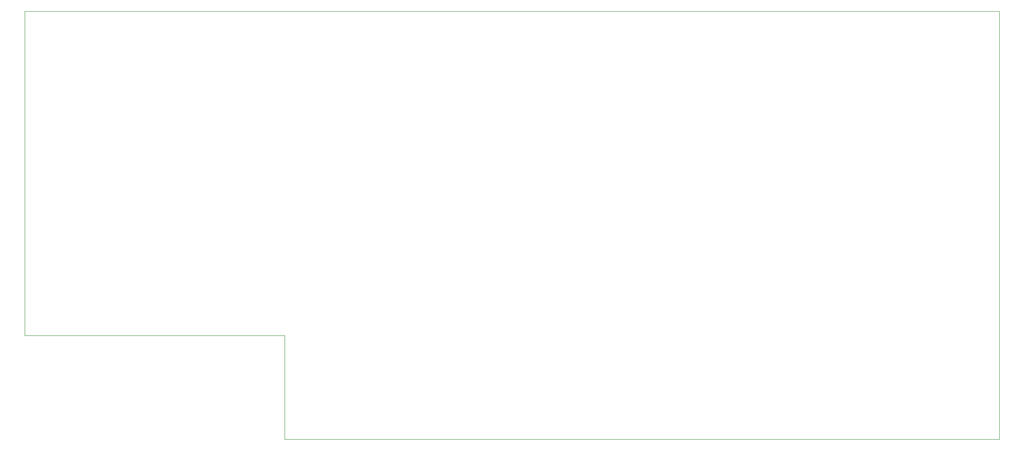
<source format=gbr>
%TF.GenerationSoftware,KiCad,Pcbnew,7.0.10*%
%TF.CreationDate,2024-03-06T13:01:35-05:00*%
%TF.ProjectId,PCB_Main_Final,5043425f-4d61-4696-9e5f-46696e616c2e,rev?*%
%TF.SameCoordinates,Original*%
%TF.FileFunction,Profile,NP*%
%FSLAX46Y46*%
G04 Gerber Fmt 4.6, Leading zero omitted, Abs format (unit mm)*
G04 Created by KiCad (PCBNEW 7.0.10) date 2024-03-06 13:01:35*
%MOMM*%
%LPD*%
G01*
G04 APERTURE LIST*
%TA.AperFunction,Profile*%
%ADD10C,0.100000*%
%TD*%
G04 APERTURE END LIST*
D10*
X233680000Y-48260000D02*
X43180000Y-48260000D01*
X233680000Y-132080000D02*
X233680000Y-111760000D01*
X93980000Y-132080000D02*
X157480000Y-132080000D01*
X157480000Y-132080000D02*
X233680000Y-132080000D01*
X93980000Y-111760000D02*
X93980000Y-132080000D01*
X233680000Y-111760000D02*
X233680000Y-48260000D01*
X43180000Y-48260000D02*
X43180000Y-111760000D01*
X43180000Y-111760000D02*
X93980000Y-111760000D01*
M02*

</source>
